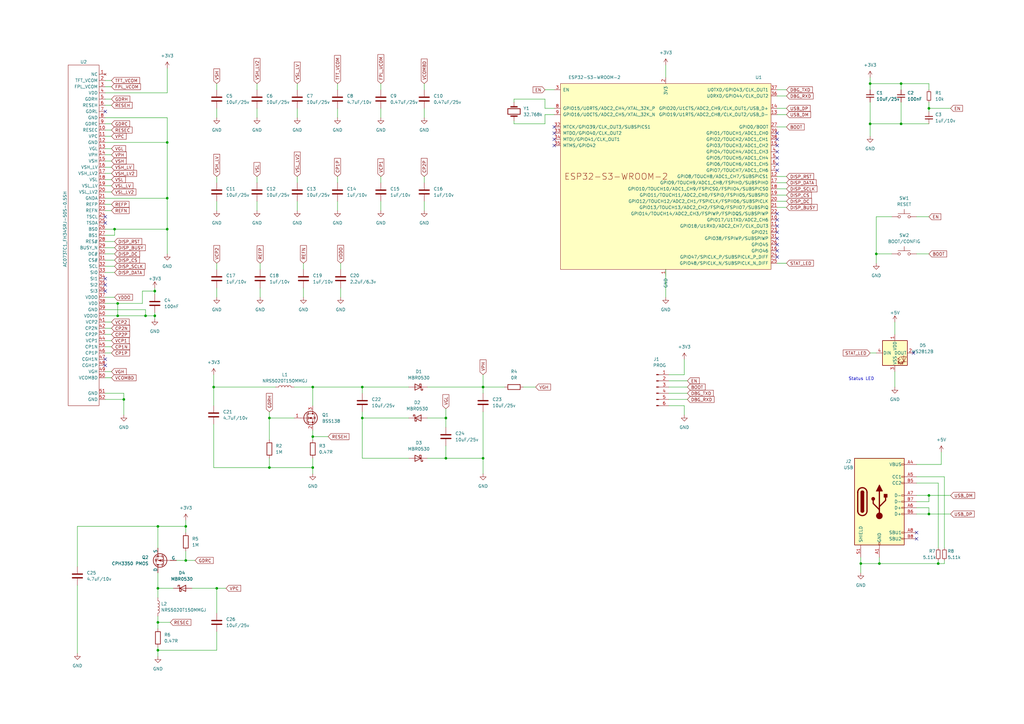
<source format=kicad_sch>
(kicad_sch (version 20230121) (generator eeschema)
  (paper "A3")
  (junction (at 88.9 241.3))
  (junction (at 381 44.45))
  (junction (at 182.88 171.45))
  (junction (at 64.77 215.9))
  (junction (at 198.12 158.75))
  (junction (at 63.5 119.38))
  (junction (at 64.77 241.3))
  (junction (at 50.8 163.83))
  (junction (at 46.99 93.98))
  (junction (at 128.27 191.77))
  (junction (at 64.77 266.7))
  (junction (at 63.5 129.54))
  (junction (at 353.06 231.14))
  (junction (at 68.58 93.98))
  (junction (at 384.81 231.14))
  (junction (at 369.57 50.8))
  (junction (at 48.26 124.46))
  (junction (at 128.27 158.75))
  (junction (at 87.63 158.75))
  (junction (at 148.59 171.45))
  (junction (at 198.12 187.96))
  (junction (at 148.59 158.75))
  (junction (at 64.77 255.27))
  (junction (at 359.41 104.14))
  (junction (at 381 203.2))
  (junction (at 68.58 58.42))
  (junction (at 110.49 171.45))
  (junction (at 76.2 215.9))
  (junction (at 110.49 191.77))
  (junction (at 356.87 34.29))
  (junction (at 369.57 34.29))
  (junction (at 59.69 129.54))
  (junction (at 128.27 179.07))
  (junction (at 381 210.82))
  (junction (at 48.26 129.54))
  (junction (at 360.68 231.14))
  (junction (at 182.88 187.96))
  (junction (at 356.87 50.8))
  (junction (at 68.58 81.28))
  (junction (at 76.2 229.87))
  (no_connect (at 375.92 220.98))
  (no_connect (at 318.77 62.23))
  (no_connect (at 318.77 59.69))
  (no_connect (at 43.18 91.44))
  (no_connect (at 318.77 100.33))
  (no_connect (at 43.18 88.9))
  (no_connect (at 318.77 87.63))
  (no_connect (at 227.33 59.69))
  (no_connect (at 318.77 67.31))
  (no_connect (at 318.77 97.79))
  (no_connect (at 318.77 54.61))
  (no_connect (at 43.18 116.84))
  (no_connect (at 318.77 105.41))
  (no_connect (at 43.18 147.32))
  (no_connect (at 318.77 92.71))
  (no_connect (at 375.92 218.44))
  (no_connect (at 227.33 52.07))
  (no_connect (at 318.77 102.87))
  (no_connect (at 318.77 69.85))
  (no_connect (at 318.77 90.17))
  (no_connect (at 43.18 149.86))
  (no_connect (at 43.18 45.72))
  (no_connect (at 43.18 119.38))
  (no_connect (at 318.77 64.77))
  (no_connect (at 318.77 95.25))
  (no_connect (at 318.77 57.15))
  (no_connect (at 227.33 57.15))
  (no_connect (at 43.18 114.3))
  (no_connect (at 374.65 144.78))
  (no_connect (at 227.33 54.61))
  (wire (pts (xy 87.63 166.37) (xy 87.63 158.75)))
  (wire (pts (xy 148.59 158.75) (xy 148.59 161.29)))
  (wire (pts (xy 64.77 215.9) (xy 31.75 215.9)))
  (wire (pts (xy 387.35 229.87) (xy 387.35 231.14)))
  (wire (pts (xy 43.18 109.22) (xy 46.99 109.22)))
  (wire (pts (xy 43.18 63.5) (xy 45.72 63.5)))
  (wire (pts (xy 64.77 215.9) (xy 76.2 215.9)))
  (wire (pts (xy 148.59 187.96) (xy 167.64 187.96)))
  (wire (pts (xy 64.77 234.95) (xy 64.77 241.3)))
  (wire (pts (xy 64.77 224.79) (xy 64.77 215.9)))
  (wire (pts (xy 64.77 241.3) (xy 64.77 245.11)))
  (wire (pts (xy 381 44.45) (xy 389.89 44.45)))
  (wire (pts (xy 223.52 36.83) (xy 227.33 36.83)))
  (wire (pts (xy 43.18 66.04) (xy 45.72 66.04)))
  (wire (pts (xy 43.18 58.42) (xy 68.58 58.42)))
  (wire (pts (xy 43.18 76.2) (xy 45.72 76.2)))
  (wire (pts (xy 43.18 106.68) (xy 46.99 106.68)))
  (wire (pts (xy 359.41 104.14) (xy 365.76 104.14)))
  (wire (pts (xy 223.52 50.8) (xy 210.82 50.8)))
  (wire (pts (xy 68.58 58.42) (xy 68.58 81.28)))
  (wire (pts (xy 46.99 93.98) (xy 68.58 93.98)))
  (wire (pts (xy 43.18 86.36) (xy 45.72 86.36)))
  (wire (pts (xy 121.92 34.29) (xy 121.92 36.83)))
  (wire (pts (xy 274.32 163.83) (xy 281.94 163.83)))
  (wire (pts (xy 43.18 139.7) (xy 45.72 139.7)))
  (wire (pts (xy 318.77 39.37) (xy 322.58 39.37)))
  (wire (pts (xy 43.18 48.26) (xy 68.58 48.26)))
  (wire (pts (xy 318.77 74.93) (xy 322.58 74.93)))
  (wire (pts (xy 88.9 118.11) (xy 88.9 121.92)))
  (wire (pts (xy 353.06 231.14) (xy 353.06 234.95)))
  (wire (pts (xy 387.35 195.58) (xy 387.35 224.79)))
  (wire (pts (xy 381 208.28) (xy 381 210.82)))
  (wire (pts (xy 121.92 82.55) (xy 121.92 86.36)))
  (wire (pts (xy 105.41 82.55) (xy 105.41 86.36)))
  (wire (pts (xy 58.42 124.46) (xy 58.42 119.38)))
  (wire (pts (xy 128.27 179.07) (xy 134.62 179.07)))
  (wire (pts (xy 182.88 187.96) (xy 198.12 187.96)))
  (wire (pts (xy 375.92 88.9) (xy 381 88.9)))
  (wire (pts (xy 63.5 119.38) (xy 63.5 118.11)))
  (wire (pts (xy 280.67 170.18) (xy 280.67 166.37)))
  (wire (pts (xy 353.06 228.6) (xy 353.06 231.14)))
  (wire (pts (xy 182.88 171.45) (xy 182.88 175.26)))
  (wire (pts (xy 48.26 124.46) (xy 58.42 124.46)))
  (wire (pts (xy 43.18 154.94) (xy 45.72 154.94)))
  (wire (pts (xy 318.77 44.45) (xy 322.58 44.45)))
  (wire (pts (xy 156.21 44.45) (xy 156.21 48.26)))
  (wire (pts (xy 375.92 190.5) (xy 386.08 190.5)))
  (wire (pts (xy 128.27 176.53) (xy 128.27 179.07)))
  (wire (pts (xy 105.41 72.39) (xy 105.41 74.93)))
  (wire (pts (xy 148.59 158.75) (xy 167.64 158.75)))
  (wire (pts (xy 356.87 50.8) (xy 356.87 55.88)))
  (wire (pts (xy 138.43 44.45) (xy 138.43 48.26)))
  (wire (pts (xy 48.26 129.54) (xy 48.26 124.46)))
  (wire (pts (xy 384.81 231.14) (xy 360.68 231.14)))
  (wire (pts (xy 43.18 129.54) (xy 48.26 129.54)))
  (wire (pts (xy 43.18 55.88) (xy 45.72 55.88)))
  (wire (pts (xy 173.99 82.55) (xy 173.99 86.36)))
  (wire (pts (xy 375.92 210.82) (xy 381 210.82)))
  (wire (pts (xy 381 203.2) (xy 389.89 203.2)))
  (wire (pts (xy 128.27 158.75) (xy 128.27 166.37)))
  (wire (pts (xy 87.63 158.75) (xy 113.03 158.75)))
  (wire (pts (xy 280.67 166.37) (xy 274.32 166.37)))
  (wire (pts (xy 43.18 83.82) (xy 45.72 83.82)))
  (wire (pts (xy 375.92 205.74) (xy 381 205.74)))
  (wire (pts (xy 43.18 134.62) (xy 45.72 134.62)))
  (wire (pts (xy 359.41 104.14) (xy 359.41 107.95)))
  (wire (pts (xy 31.75 215.9) (xy 31.75 232.41)))
  (wire (pts (xy 110.49 187.96) (xy 110.49 191.77)))
  (wire (pts (xy 43.18 71.12) (xy 45.72 71.12)))
  (wire (pts (xy 273.05 110.49) (xy 273.05 121.92)))
  (wire (pts (xy 148.59 168.91) (xy 148.59 171.45)))
  (wire (pts (xy 43.18 35.56) (xy 45.72 35.56)))
  (wire (pts (xy 43.18 73.66) (xy 45.72 73.66)))
  (wire (pts (xy 105.41 34.29) (xy 105.41 36.83)))
  (wire (pts (xy 88.9 34.29) (xy 88.9 36.83)))
  (wire (pts (xy 128.27 191.77) (xy 128.27 194.31)))
  (wire (pts (xy 128.27 158.75) (xy 148.59 158.75)))
  (wire (pts (xy 369.57 41.91) (xy 369.57 50.8)))
  (wire (pts (xy 121.92 44.45) (xy 121.92 48.26)))
  (wire (pts (xy 173.99 72.39) (xy 173.99 74.93)))
  (wire (pts (xy 43.18 78.74) (xy 45.72 78.74)))
  (wire (pts (xy 43.18 152.4) (xy 45.72 152.4)))
  (wire (pts (xy 223.52 40.64) (xy 223.52 44.45)))
  (wire (pts (xy 182.88 187.96) (xy 182.88 182.88)))
  (wire (pts (xy 273.05 26.67) (xy 273.05 31.75)))
  (wire (pts (xy 43.18 101.6) (xy 46.99 101.6)))
  (wire (pts (xy 43.18 99.06) (xy 46.99 99.06)))
  (wire (pts (xy 369.57 36.83) (xy 369.57 34.29)))
  (wire (pts (xy 274.32 153.67) (xy 280.67 153.67)))
  (wire (pts (xy 64.77 266.7) (xy 64.77 269.24)))
  (wire (pts (xy 148.59 171.45) (xy 148.59 187.96)))
  (wire (pts (xy 381 205.74) (xy 381 203.2)))
  (wire (pts (xy 48.26 129.54) (xy 59.69 129.54)))
  (wire (pts (xy 50.8 161.29) (xy 50.8 163.83)))
  (wire (pts (xy 175.26 187.96) (xy 182.88 187.96)))
  (wire (pts (xy 88.9 44.45) (xy 88.9 48.26)))
  (wire (pts (xy 198.12 187.96) (xy 198.12 168.91)))
  (wire (pts (xy 139.7 107.95) (xy 139.7 110.49)))
  (wire (pts (xy 64.77 252.73) (xy 64.77 255.27)))
  (wire (pts (xy 120.65 158.75) (xy 128.27 158.75)))
  (wire (pts (xy 138.43 82.55) (xy 138.43 86.36)))
  (wire (pts (xy 43.18 121.92) (xy 46.99 121.92)))
  (wire (pts (xy 43.18 93.98) (xy 46.99 93.98)))
  (wire (pts (xy 318.77 52.07) (xy 322.58 52.07)))
  (wire (pts (xy 173.99 44.45) (xy 173.99 48.26)))
  (wire (pts (xy 88.9 107.95) (xy 88.9 110.49)))
  (wire (pts (xy 106.68 107.95) (xy 106.68 110.49)))
  (wire (pts (xy 375.92 195.58) (xy 387.35 195.58)))
  (wire (pts (xy 76.2 215.9) (xy 76.2 218.44)))
  (wire (pts (xy 369.57 50.8) (xy 356.87 50.8)))
  (wire (pts (xy 210.82 40.64) (xy 223.52 40.64)))
  (wire (pts (xy 43.18 161.29) (xy 50.8 161.29)))
  (wire (pts (xy 87.63 153.67) (xy 87.63 158.75)))
  (wire (pts (xy 68.58 81.28) (xy 68.58 93.98)))
  (wire (pts (xy 63.5 129.54) (xy 63.5 130.81)))
  (wire (pts (xy 43.18 142.24) (xy 45.72 142.24)))
  (wire (pts (xy 138.43 72.39) (xy 138.43 74.93)))
  (wire (pts (xy 318.77 46.99) (xy 322.58 46.99)))
  (wire (pts (xy 43.18 60.96) (xy 45.72 60.96)))
  (wire (pts (xy 198.12 158.75) (xy 198.12 161.29)))
  (wire (pts (xy 68.58 27.94) (xy 68.58 38.1)))
  (wire (pts (xy 43.18 111.76) (xy 46.99 111.76)))
  (wire (pts (xy 280.67 153.67) (xy 280.67 147.32)))
  (wire (pts (xy 124.46 118.11) (xy 124.46 121.92)))
  (wire (pts (xy 175.26 171.45) (xy 182.88 171.45)))
  (wire (pts (xy 274.32 158.75) (xy 281.94 158.75)))
  (wire (pts (xy 375.92 104.14) (xy 381 104.14)))
  (wire (pts (xy 43.18 68.58) (xy 45.72 68.58)))
  (wire (pts (xy 360.68 231.14) (xy 353.06 231.14)))
  (wire (pts (xy 375.92 198.12) (xy 384.81 198.12)))
  (wire (pts (xy 78.74 241.3) (xy 88.9 241.3)))
  (wire (pts (xy 110.49 168.91) (xy 110.49 171.45)))
  (wire (pts (xy 318.77 80.01) (xy 322.58 80.01)))
  (wire (pts (xy 59.69 127) (xy 59.69 129.54)))
  (wire (pts (xy 50.8 163.83) (xy 50.8 170.18)))
  (wire (pts (xy 367.03 132.08) (xy 367.03 137.16)))
  (wire (pts (xy 156.21 82.55) (xy 156.21 86.36)))
  (wire (pts (xy 223.52 46.99) (xy 223.52 50.8)))
  (wire (pts (xy 148.59 171.45) (xy 167.64 171.45)))
  (wire (pts (xy 156.21 72.39) (xy 156.21 74.93)))
  (wire (pts (xy 43.18 33.02) (xy 45.72 33.02)))
  (wire (pts (xy 46.99 96.52) (xy 46.99 93.98)))
  (wire (pts (xy 175.26 158.75) (xy 198.12 158.75)))
  (wire (pts (xy 76.2 213.36) (xy 76.2 215.9)))
  (wire (pts (xy 64.77 255.27) (xy 64.77 257.81)))
  (wire (pts (xy 384.81 229.87) (xy 384.81 231.14)))
  (wire (pts (xy 72.39 229.87) (xy 76.2 229.87)))
  (wire (pts (xy 356.87 34.29) (xy 369.57 34.29)))
  (wire (pts (xy 59.69 129.54) (xy 63.5 129.54)))
  (wire (pts (xy 43.18 132.08) (xy 45.72 132.08)))
  (wire (pts (xy 139.7 118.11) (xy 139.7 121.92)))
  (wire (pts (xy 43.18 127) (xy 59.69 127)))
  (wire (pts (xy 274.32 156.21) (xy 281.94 156.21)))
  (wire (pts (xy 375.92 208.28) (xy 381 208.28)))
  (wire (pts (xy 43.18 137.16) (xy 45.72 137.16)))
  (wire (pts (xy 120.65 171.45) (xy 110.49 171.45)))
  (wire (pts (xy 110.49 171.45) (xy 110.49 180.34)))
  (wire (pts (xy 318.77 36.83) (xy 322.58 36.83)))
  (wire (pts (xy 381 41.91) (xy 381 44.45)))
  (wire (pts (xy 182.88 167.64) (xy 182.88 171.45)))
  (wire (pts (xy 43.18 104.14) (xy 46.99 104.14)))
  (wire (pts (xy 360.68 228.6) (xy 360.68 231.14)))
  (wire (pts (xy 105.41 44.45) (xy 105.41 48.26)))
  (wire (pts (xy 318.77 77.47) (xy 322.58 77.47)))
  (wire (pts (xy 64.77 241.3) (xy 71.12 241.3)))
  (wire (pts (xy 210.82 41.91) (xy 210.82 40.64)))
  (wire (pts (xy 63.5 119.38) (xy 63.5 120.65)))
  (wire (pts (xy 318.77 72.39) (xy 322.58 72.39)))
  (wire (pts (xy 381 34.29) (xy 381 36.83)))
  (wire (pts (xy 68.58 93.98) (xy 68.58 104.14)))
  (wire (pts (xy 43.18 53.34) (xy 45.72 53.34)))
  (wire (pts (xy 356.87 41.91) (xy 356.87 50.8)))
  (wire (pts (xy 88.9 241.3) (xy 88.9 251.46)))
  (wire (pts (xy 87.63 191.77) (xy 110.49 191.77)))
  (wire (pts (xy 210.82 50.8) (xy 210.82 49.53)))
  (wire (pts (xy 386.08 190.5) (xy 386.08 185.42)))
  (wire (pts (xy 365.76 88.9) (xy 359.41 88.9)))
  (wire (pts (xy 356.87 144.78) (xy 359.41 144.78)))
  (wire (pts (xy 318.77 107.95) (xy 322.58 107.95)))
  (wire (pts (xy 106.68 118.11) (xy 106.68 121.92)))
  (wire (pts (xy 369.57 34.29) (xy 381 34.29)))
  (wire (pts (xy 375.92 203.2) (xy 381 203.2)))
  (wire (pts (xy 173.99 34.29) (xy 173.99 36.83)))
  (wire (pts (xy 124.46 107.95) (xy 124.46 110.49)))
  (wire (pts (xy 369.57 50.8) (xy 381 50.8)))
  (wire (pts (xy 58.42 119.38) (xy 63.5 119.38)))
  (wire (pts (xy 43.18 40.64) (xy 45.72 40.64)))
  (wire (pts (xy 43.18 124.46) (xy 48.26 124.46)))
  (wire (pts (xy 88.9 266.7) (xy 64.77 266.7)))
  (wire (pts (xy 227.33 46.99) (xy 223.52 46.99)))
  (wire (pts (xy 68.58 38.1) (xy 43.18 38.1)))
  (wire (pts (xy 110.49 191.77) (xy 128.27 191.77)))
  (wire (pts (xy 128.27 187.96) (xy 128.27 191.77)))
  (wire (pts (xy 88.9 259.08) (xy 88.9 266.7)))
  (wire (pts (xy 76.2 226.06) (xy 76.2 229.87)))
  (wire (pts (xy 121.92 72.39) (xy 121.92 74.93)))
  (wire (pts (xy 318.77 85.09) (xy 322.58 85.09)))
  (wire (pts (xy 87.63 173.99) (xy 87.63 191.77)))
  (wire (pts (xy 223.52 44.45) (xy 227.33 44.45)))
  (wire (pts (xy 128.27 179.07) (xy 128.27 180.34)))
  (wire (pts (xy 68.58 48.26) (xy 68.58 58.42)))
  (wire (pts (xy 88.9 241.3) (xy 92.71 241.3)))
  (wire (pts (xy 198.12 187.96) (xy 198.12 194.31)))
  (wire (pts (xy 356.87 34.29) (xy 356.87 36.83)))
  (wire (pts (xy 43.18 144.78) (xy 45.72 144.78)))
  (wire (pts (xy 274.32 161.29) (xy 281.94 161.29)))
  (wire (pts (xy 88.9 82.55) (xy 88.9 86.36)))
  (wire (pts (xy 381 44.45) (xy 381 45.72)))
  (wire (pts (xy 359.41 88.9) (xy 359.41 104.14)))
  (wire (pts (xy 198.12 153.67) (xy 198.12 158.75)))
  (wire (pts (xy 384.81 198.12) (xy 384.81 224.79)))
  (wire (pts (xy 63.5 128.27) (xy 63.5 129.54)))
  (wire (pts (xy 198.12 158.75) (xy 207.01 158.75)))
  (wire (pts (xy 43.18 96.52) (xy 46.99 96.52)))
  (wire (pts (xy 64.77 265.43) (xy 64.77 266.7)))
  (wire (pts (xy 43.18 163.83) (xy 50.8 163.83)))
  (wire (pts (xy 43.18 50.8) (xy 45.72 50.8)))
  (wire (pts (xy 387.35 231.14) (xy 384.81 231.14)))
  (wire (pts (xy 367.03 152.4) (xy 367.03 158.75)))
  (wire (pts (xy 76.2 229.87) (xy 80.01 229.87)))
  (wire (pts (xy 156.21 34.29) (xy 156.21 36.83)))
  (wire (pts (xy 43.18 81.28) (xy 68.58 81.28)))
  (wire (pts (xy 214.63 158.75) (xy 219.71 158.75)))
  (wire (pts (xy 138.43 34.29) (xy 138.43 36.83)))
  (wire (pts (xy 31.75 240.03) (xy 31.75 267.97)))
  (wire (pts (xy 64.77 255.27) (xy 69.85 255.27)))
  (wire (pts (xy 318.77 82.55) (xy 322.58 82.55)))
  (wire (pts (xy 381 210.82) (xy 389.89 210.82)))
  (wire (pts (xy 88.9 72.39) (xy 88.9 74.93)))
  (wire (pts (xy 356.87 31.75) (xy 356.87 34.29)))
  (wire (pts (xy 43.18 43.18) (xy 45.72 43.18)))
  (text "Status LED\n" (at 347.98 156.21 0) (effects (font (size 1.27 1.27)) (justify left bottom)))
  (global_label "DISP_DC" (shape input) (at 46.99 104.14 0) (property "Intersheetrefs" "${INTERSHEET_REFS}" (effects hide)))
  (global_label "REFN" (shape input) (at 124.46 107.95 90) (property "Intersheetrefs" "${INTERSHEET_REFS}" (effects hide)))
  (global_label "VSL_LV" (shape input) (at 45.72 76.2 0) (property "Intersheetrefs" "${INTERSHEET_REFS}" (effects hide)))
  (global_label "BOOT" (shape input) (at 322.58 52.07 0) (property "Intersheetrefs" "${INTERSHEET_REFS}" (effects hide)))
  (global_label "USB_DP" (shape input) (at 322.58 44.45 0) (property "Intersheetrefs" "${INTERSHEET_REFS}" (effects hide)))
  (global_label "CP2P" (shape input) (at 173.99 72.39 90) (property "Intersheetrefs" "${INTERSHEET_REFS}" (effects hide)))
  (global_label "TFT_VCOM" (shape input) (at 138.43 34.29 90) (property "Intersheetrefs" "${INTERSHEET_REFS}" (effects hide)))
  (global_label "CP1P" (shape input) (at 138.43 72.39 90) (property "Intersheetrefs" "${INTERSHEET_REFS}" (effects hide)))
  (global_label "VCOMBD" (shape input) (at 45.72 154.94 0) (property "Intersheetrefs" "${INTERSHEET_REFS}" (effects hide)))
  (global_label "CP2N" (shape input) (at 45.72 134.62 0) (property "Intersheetrefs" "${INTERSHEET_REFS}" (effects hide)))
  (global_label "USB_DP" (shape input) (at 389.89 210.82 0) (property "Intersheetrefs" "${INTERSHEET_REFS}" (effects hide)))
  (global_label "VSL_LV2" (shape input) (at 121.92 72.39 90) (property "Intersheetrefs" "${INTERSHEET_REFS}" (effects hide)))
  (global_label "USB_DM" (shape input) (at 322.58 46.99 0) (property "Intersheetrefs" "${INTERSHEET_REFS}" (effects hide)))
  (global_label "VGH" (shape input) (at 45.72 152.4 0) (property "Intersheetrefs" "${INTERSHEET_REFS}" (effects hide)))
  (global_label "EN" (shape input) (at 223.52 36.83 180) (property "Intersheetrefs" "${INTERSHEET_REFS}" (effects hide)))
  (global_label "VGH" (shape input) (at 219.71 158.75 0) (property "Intersheetrefs" "${INTERSHEET_REFS}" (effects hide)))
  (global_label "DISP_SCLK" (shape input) (at 46.99 109.22 0) (property "Intersheetrefs" "${INTERSHEET_REFS}" (effects hide)))
  (global_label "DBG_RXD" (shape input) (at 322.58 39.37 0) (property "Intersheetrefs" "${INTERSHEET_REFS}" (effects hide)))
  (global_label "CP1P" (shape input) (at 45.72 144.78 0) (property "Intersheetrefs" "${INTERSHEET_REFS}" (effects hide)))
  (global_label "CP2P" (shape input) (at 45.72 137.16 0) (property "Intersheetrefs" "${INTERSHEET_REFS}" (effects hide)))
  (global_label "TFT_VCOM" (shape input) (at 45.72 33.02 0) (property "Intersheetrefs" "${INTERSHEET_REFS}" (effects hide)))
  (global_label "DISP_CS" (shape input) (at 46.99 106.68 0) (property "Intersheetrefs" "${INTERSHEET_REFS}" (effects hide)))
  (global_label "STAT_LED" (shape input) (at 322.58 107.95 0) (property "Intersheetrefs" "${INTERSHEET_REFS}" (effects hide)))
  (global_label "DISP_CS" (shape input) (at 322.58 80.01 0) (property "Intersheetrefs" "${INTERSHEET_REFS}" (effects hide)))
  (global_label "EN" (shape input) (at 381 88.9 0) (property "Intersheetrefs" "${INTERSHEET_REFS}" (effects hide)))
  (global_label "VSH_LV" (shape input) (at 45.72 68.58 0) (property "Intersheetrefs" "${INTERSHEET_REFS}" (effects hide)))
  (global_label "FPL_VCOM" (shape input) (at 45.72 35.56 0) (property "Intersheetrefs" "${INTERSHEET_REFS}" (effects hide)))
  (global_label "VDDO" (shape input) (at 46.99 121.92 0) (property "Intersheetrefs" "${INTERSHEET_REFS}" (effects hide)))
  (global_label "VPH" (shape input) (at 45.72 63.5 0) (property "Intersheetrefs" "${INTERSHEET_REFS}" (effects hide)))
  (global_label "VCP2" (shape input) (at 88.9 107.95 90) (property "Intersheetrefs" "${INTERSHEET_REFS}" (effects hide)))
  (global_label "RESEH" (shape input) (at 134.62 179.07 0) (property "Intersheetrefs" "${INTERSHEET_REFS}" (effects hide)))
  (global_label "DISP_DATA" (shape input) (at 322.58 74.93 0) (property "Intersheetrefs" "${INTERSHEET_REFS}" (effects hide)))
  (global_label "GDRC" (shape input) (at 80.01 229.87 0) (property "Intersheetrefs" "${INTERSHEET_REFS}" (effects hide)))
  (global_label "VCP1" (shape input) (at 45.72 139.7 0) (property "Intersheetrefs" "${INTERSHEET_REFS}" (effects hide)))
  (global_label "VSL_LV2" (shape input) (at 45.72 78.74 0) (property "Intersheetrefs" "${INTERSHEET_REFS}" (effects hide)))
  (global_label "REFP" (shape input) (at 45.72 83.82 0) (property "Intersheetrefs" "${INTERSHEET_REFS}" (effects hide)))
  (global_label "VPC" (shape input) (at 45.72 55.88 0) (property "Intersheetrefs" "${INTERSHEET_REFS}" (effects hide)))
  (global_label "VSL_LV" (shape input) (at 121.92 34.29 90) (property "Intersheetrefs" "${INTERSHEET_REFS}" (effects hide)))
  (global_label "EN" (shape input) (at 389.89 44.45 0) (property "Intersheetrefs" "${INTERSHEET_REFS}" (effects hide)))
  (global_label "DBG_RXD" (shape input) (at 281.94 163.83 0) (property "Intersheetrefs" "${INTERSHEET_REFS}" (effects hide)))
  (global_label "DISP_RST" (shape input) (at 322.58 72.39 0) (property "Intersheetrefs" "${INTERSHEET_REFS}" (effects hide)))
  (global_label "VSL" (shape input) (at 105.41 72.39 90) (property "Intersheetrefs" "${INTERSHEET_REFS}" (effects hide)))
  (global_label "GDRH" (shape input) (at 110.49 168.91 90) (property "Intersheetrefs" "${INTERSHEET_REFS}" (effects hide)))
  (global_label "USB_DM" (shape input) (at 389.89 203.2 0) (property "Intersheetrefs" "${INTERSHEET_REFS}" (effects hide)))
  (global_label "REFN" (shape input) (at 45.72 86.36 0) (property "Intersheetrefs" "${INTERSHEET_REFS}" (effects hide)))
  (global_label "VSH" (shape input) (at 45.72 66.04 0) (property "Intersheetrefs" "${INTERSHEET_REFS}" (effects hide)))
  (global_label "VGL" (shape input) (at 45.72 60.96 0) (property "Intersheetrefs" "${INTERSHEET_REFS}" (effects hide)))
  (global_label "DISP_DATA" (shape input) (at 46.99 111.76 0) (property "Intersheetrefs" "${INTERSHEET_REFS}" (effects hide)))
  (global_label "VSH_LV" (shape input) (at 88.9 72.39 90) (property "Intersheetrefs" "${INTERSHEET_REFS}" (effects hide)))
  (global_label "RESEH" (shape input) (at 45.72 43.18 0) (property "Intersheetrefs" "${INTERSHEET_REFS}" (effects hide)))
  (global_label "VCP2" (shape input) (at 45.72 132.08 0) (property "Intersheetrefs" "${INTERSHEET_REFS}" (effects hide)))
  (global_label "DISP_RST" (shape input) (at 46.99 99.06 0) (property "Intersheetrefs" "${INTERSHEET_REFS}" (effects hide)))
  (global_label "BOOT" (shape input) (at 281.94 158.75 0) (property "Intersheetrefs" "${INTERSHEET_REFS}" (effects hide)))
  (global_label "DISP_DC" (shape input) (at 322.58 82.55 0) (property "Intersheetrefs" "${INTERSHEET_REFS}" (effects hide)))
  (global_label "GDRH" (shape input) (at 45.72 40.64 0) (property "Intersheetrefs" "${INTERSHEET_REFS}" (effects hide)))
  (global_label "FPL_VCOM" (shape input) (at 156.21 34.29 90) (property "Intersheetrefs" "${INTERSHEET_REFS}" (effects hide)))
  (global_label "EN" (shape input) (at 281.94 156.21 0) (property "Intersheetrefs" "${INTERSHEET_REFS}" (effects hide)))
  (global_label "VPH" (shape input) (at 198.12 153.67 90) (property "Intersheetrefs" "${INTERSHEET_REFS}" (effects hide)))
  (global_label "VSH_LV2" (shape input) (at 45.72 71.12 0) (property "Intersheetrefs" "${INTERSHEET_REFS}" (effects hide)))
  (global_label "VDDO" (shape input) (at 139.7 107.95 90) (property "Intersheetrefs" "${INTERSHEET_REFS}" (effects hide)))
  (global_label "VPC" (shape input) (at 92.71 241.3 0) (property "Intersheetrefs" "${INTERSHEET_REFS}" (effects hide)))
  (global_label "VCP1" (shape input) (at 156.21 72.39 90) (property "Intersheetrefs" "${INTERSHEET_REFS}" (effects hide)))
  (global_label "BOOT" (shape input) (at 381 104.14 0) (property "Intersheetrefs" "${INTERSHEET_REFS}" (effects hide)))
  (global_label "DBG_TXD" (shape input) (at 281.94 161.29 0) (property "Intersheetrefs" "${INTERSHEET_REFS}" (effects hide)))
  (global_label "VGL" (shape input) (at 182.88 167.64 90) (property "Intersheetrefs" "${INTERSHEET_REFS}" (effects hide)))
  (global_label "VSH" (shape input) (at 88.9 34.29 90) (property "Intersheetrefs" "${INTERSHEET_REFS}" (effects hide)))
  (global_label "VCOMBD" (shape input) (at 173.99 34.29 90) (property "Intersheetrefs" "${INTERSHEET_REFS}" (effects hide)))
  (global_label "VSH_LV2" (shape input) (at 105.41 34.29 90) (property "Intersheetrefs" "${INTERSHEET_REFS}" (effects hide)))
  (global_label "REFP" (shape input) (at 106.68 107.95 90) (property "Intersheetrefs" "${INTERSHEET_REFS}" (effects hide)))
  (global_label "DISP_BUSY" (shape input) (at 322.58 85.09 0) (property "Intersheetrefs" "${INTERSHEET_REFS}" (effects hide)))
  (global_label "DISP_SCLK" (shape input) (at 322.58 77.47 0) (property "Intersheetrefs" "${INTERSHEET_REFS}" (effects hide)))
  (global_label "STAT_LED" (shape input) (at 356.87 144.78 180) (property "Intersheetrefs" "${INTERSHEET_REFS}" (effects hide)))
  (global_label "CP1N" (shape input) (at 45.72 142.24 0) (property "Intersheetrefs" "${INTERSHEET_REFS}" (effects hide)))
  (global_label "VSL" (shape input) (at 45.72 73.66 0) (property "Intersheetrefs" "${INTERSHEET_REFS}" (effects hide)))
  (global_label "DISP_BUSY" (shape input) (at 46.99 101.6 0) (property "Intersheetrefs" "${INTERSHEET_REFS}" (effects hide)))
  (global_label "DBG_TXD" (shape input) (at 322.58 36.83 0) (property "Intersheetrefs" "${INTERSHEET_REFS}" (effects hide)))
  (global_label "RESEC" (shape input) (at 69.85 255.27 0) (property "Intersheetrefs" "${INTERSHEET_REFS}" (effects hide)))
  (global_label "RESEC" (shape input) (at 45.72 53.34 0) (property "Intersheetrefs" "${INTERSHEET_REFS}" (effects hide)))
  (global_label "GDRC" (shape input) (at 45.72 50.8 0) (property "Intersheetrefs" "${INTERSHEET_REFS}" (effects hide)))
  (symbol (lib_name "+3V3_3") (lib_id "power:+3V3") (at 76.2 213.36 0) (unit 1)
    (property "Reference" "#PWR030" (effects hide))
    (property "Value" "+3V3" (at 76.2 208.28 0))
  )
  (symbol (lib_id "Device:C") (at 138.43 78.74 0) (unit 1)
    (property "Reference" "C14" (at 142.24 77.47 0) (effects (justify left)))
    (property "Value" "1uF/10v" (at 142.24 80.01 0) (effects (justify left)))
  )
  (symbol (lib_name "GND_5") (lib_id "power:GND") (at 31.75 267.97 0) (unit 1)
    (property "Reference" "#PWR031" (effects hide))
    (property "Value" "GND" (at 31.75 273.05 0))
  )
  (symbol (lib_id "Device:Crystal") (at 210.82 45.72 90) (unit 1)
    (property "Reference" "Y1" (at 214.63 44.45 90) (effects (justify right)))
    (property "Value" "32.768k" (at 214.63 46.99 90) (effects (justify right)))
  )
  (symbol (lib_id "Diode:MBR0530") (at 171.45 158.75 180) (unit 1)
    (property "Reference" "D1" (at 171.7675 152.4 0))
    (property "Value" "MBR0530" (at 171.7675 154.94 0))
    (property "Footprint" "Diode_SMD:D_SOD-123" (effects hide))
    (property "Datasheet" "http://www.mccsemi.com/up_pdf/MBR0520~MBR0580(SOD123).pdf" (effects hide))
  )
  (symbol (lib_id "Device:C_Small") (at 356.87 39.37 0) (unit 1)
    (property "Reference" "C1" (at 359.41 38.1 0) (effects (justify left)))
    (property "Value" "10uF/25v" (at 359.41 40.64 0) (effects (justify left)))
    (property "Footprint" "Capacitor_SMD:C_0603_1608Metric_Pad1.08x0.95mm_HandSolder" (effects hide))
  )
  (symbol (lib_name "GND_4") (lib_id "power:GND") (at 198.12 194.31 0) (unit 1)
    (property "Reference" "#PWR029" (effects hide))
    (property "Value" "GND" (at 198.12 199.39 0))
  )
  (symbol (lib_name "GND_2") (lib_id "power:GND") (at 106.68 121.92 0) (unit 1)
    (property "Reference" "#PWR024" (effects hide))
    (property "Value" "GND" (at 106.68 127 0))
  )
  (symbol (lib_name "GND_2") (lib_id "power:GND") (at 173.99 48.26 0) (unit 1)
    (property "Reference" "#PWR016" (effects hide))
    (property "Value" "GND" (at 173.99 53.34 0))
  )
  (symbol (lib_id "power:GND") (at 359.41 107.95 0) (unit 1)
    (property "Reference" "#PWR03" (effects hide))
    (property "Value" "GND" (at 359.41 113.03 0))
  )
  (symbol (lib_id "Device:C") (at 88.9 255.27 0) (unit 1)
    (property "Reference" "C26" (at 92.71 254 0) (effects (justify left)))
    (property "Value" "10uF/25v" (at 92.71 256.54 0) (effects (justify left)))
  )
  (symbol (lib_name "+5V_1") (lib_id "power:+5V") (at 367.03 132.08 0) (unit 1)
    (property "Reference" "#PWR037" (effects hide))
    (property "Value" "+5V" (at 367.03 128.27 0))
  )
  (symbol (lib_id "Device:R") (at 210.82 158.75 90) (unit 1)
    (property "Reference" "R4" (at 210.82 152.4 90))
    (property "Value" "0R" (at 210.82 154.94 90))
  )
  (symbol (lib_id "Device:C") (at 88.9 114.3 0) (unit 1)
    (property "Reference" "C17" (at 92.71 113.03 0) (effects (justify left)))
    (property "Value" "1uF/10v" (at 92.71 115.57 0) (effects (justify left)))
  )
  (symbol (lib_name "GND_2") (lib_id "power:GND") (at 139.7 121.92 0) (unit 1)
    (property "Reference" "#PWR026" (effects hide))
    (property "Value" "GND" (at 139.7 127 0))
  )
  (symbol (lib_name "GND_2") (lib_id "power:GND") (at 88.9 86.36 0) (unit 1)
    (property "Reference" "#PWR017" (effects hide))
    (property "Value" "GND" (at 88.9 91.44 0))
  )
  (symbol (lib_id "JackcoLib:AC073TC1") (at 34.29 93.98 0) (unit 1)
    (property "Reference" "U2" (at 34.29 25.4 0))
    (property "Value" "AC073TC1_FH34SRJ-50S-0.5SH" (at 26.67 93.98 90))
  )
  (symbol (lib_id "Switch:SW_Push") (at 370.84 88.9 0) (unit 1)
    (property "Reference" "SW1" (at 370.84 81.28 0))
    (property "Value" "RESET" (at 370.84 83.82 0))
    (property "Footprint" "Button_Switch_SMD:SW_Push_1P1T_NO_6x6mm_H9.5mm" (effects hide))
  )
  (symbol (lib_name "GND_2") (lib_id "power:GND") (at 156.21 86.36 0) (unit 1)
    (property "Reference" "#PWR021" (effects hide))
    (property "Value" "GND" (at 156.21 91.44 0))
  )
  (symbol (lib_id "Device:R") (at 110.49 184.15 0) (unit 1)
    (property "Reference" "R2" (at 113.03 182.88 0) (effects (justify left)))
    (property "Value" "1M" (at 113.03 185.42 0) (effects (justify left)))
  )
  (symbol (lib_name "GND_2") (lib_id "power:GND") (at 121.92 86.36 0) (unit 1)
    (property "Reference" "#PWR019" (effects hide))
    (property "Value" "GND" (at 121.92 91.44 0))
  )
  (symbol (lib_name "+3V3_3") (lib_id "power:+3V3") (at 87.63 153.67 0) (unit 1)
    (property "Reference" "#PWR028" (effects hide))
    (property "Value" "+3V3" (at 87.63 148.59 0))
  )
  (symbol (lib_name "GND_2") (lib_id "power:GND") (at 121.92 48.26 0) (unit 1)
    (property "Reference" "#PWR013" (effects hide))
    (property "Value" "GND" (at 121.92 53.34 0))
  )
  (symbol (lib_id "power:+5V") (at 386.08 185.42 0) (unit 1)
    (property "Reference" "#PWR036" (effects hide))
    (property "Value" "+5V" (at 386.08 180.34 0))
  )
  (symbol (lib_id "Transistor_FET:BSS138") (at 125.73 171.45 0) (unit 1)
    (property "Reference" "Q1" (at 132.08 170.18 0) (effects (justify left)))
    (property "Value" "BSS138" (at 132.08 172.72 0) (effects (justify left)))
    (property "Footprint" "Package_TO_SOT_SMD:SOT-23" (effects hide))
    (property "Datasheet" "https://www.onsemi.com/pub/Collateral/BSS138-D.PDF" (effects hide))
  )
  (symbol (lib_name "GND_1") (lib_id "power:GND") (at 68.58 104.14 0) (unit 1)
    (property "Reference" "#PWR010" (effects hide))
    (property "Value" "GND" (at 68.58 109.22 0))
  )
  (symbol (lib_name "GND_2") (lib_id "power:GND") (at 173.99 86.36 0) (unit 1)
    (property "Reference" "#PWR022" (effects hide))
    (property "Value" "GND" (at 173.99 91.44 0))
  )
  (symbol (lib_id "Device:R") (at 128.27 184.15 0) (unit 1)
    (property "Reference" "R3" (at 130.81 182.88 0) (effects (justify left)))
    (property "Value" "0.47R" (at 130.81 185.42 0) (effects (justify left)))
  )
  (symbol (lib_id "Switch:SW_Push") (at 370.84 104.14 0) (unit 1)
    (property "Reference" "SW2" (at 370.84 96.52 0))
    (property "Value" "BOOT/CONFIG" (at 370.84 99.06 0))
    (property "Footprint" "Button_Switch_SMD:SW_Push_1P1T_NO_6x6mm_H9.5mm" (effects hide))
  )
  (symbol (lib_id "power:+3V3") (at 273.05 26.67 0) (unit 1)
    (property "Reference" "#PWR04" (effects hide))
    (property "Value" "+3V3" (at 273.05 21.59 0))
  )
  (symbol (lib_id "Device:R_Small") (at 384.81 227.33 0) (unit 1)
    (property "Reference" "R7" (at 381 226.06 0) (effects (justify left)))
    (property "Value" "5.11k" (at 378.46 228.6 0) (effects (justify left)))
    (property "Footprint" "Resistor_SMD:R_0603_1608Metric_Pad0.98x0.95mm_HandSolder" (effects hide))
  )
  (symbol (lib_name "GND_6") (lib_id "power:GND") (at 64.77 269.24 0) (unit 1)
    (property "Reference" "#PWR032" (effects hide))
    (property "Value" "GND" (at 64.77 274.32 0))
  )
  (symbol (lib_id "Device:C") (at 88.9 78.74 0) (unit 1)
    (property "Reference" "C11" (at 92.71 77.47 0) (effects (justify left)))
    (property "Value" "10uF/25v" (at 92.71 80.01 0) (effects (justify left)))
  )
  (symbol (lib_id "Device:C") (at 63.5 124.46 0) (unit 1)
    (property "Reference" "C4" (at 67.31 123.19 0) (effects (justify left)))
    (property "Value" "100nF" (at 67.31 125.73 0) (effects (justify left)))
  )
  (symbol (lib_id "Device:R_Small") (at 387.35 227.33 0) (unit 1)
    (property "Reference" "R8" (at 388.62 226.06 0) (effects (justify left)))
    (property "Value" "5.11k" (at 388.62 228.6 0) (effects (justify left)))
    (property "Footprint" "Resistor_SMD:R_0603_1608Metric_Pad0.98x0.95mm_HandSolder" (effects hide))
  )
  (symbol (lib_id "power:GND") (at 367.03 158.75 0) (unit 1)
    (property "Reference" "#PWR038" (effects hide))
    (property "Value" "GND" (at 367.03 163.83 0))
  )
  (symbol (lib_id "Device:C") (at 31.75 236.22 0) (unit 1)
    (property "Reference" "C25" (at 35.56 234.95 0) (effects (justify left)))
    (property "Value" "4.7uF/10v" (at 35.56 237.49 0) (effects (justify left)))
  )
  (symbol (lib_id "power:GND") (at 273.05 121.92 0) (unit 1)
    (property "Reference" "#PWR05" (effects hide))
    (property "Value" "GND" (at 273.05 127 0))
  )
  (symbol (lib_id "Device:C") (at 198.12 165.1 0) (unit 1)
    (property "Reference" "C23" (at 201.93 163.83 0) (effects (justify left)))
    (property "Value" "10uF/25v" (at 201.93 166.37 0) (effects (justify left)))
  )
  (symbol (lib_id "power:GND") (at 356.87 55.88 0) (unit 1)
    (property "Reference" "#PWR02" (effects hide))
    (property "Value" "GND" (at 356.87 60.96 0))
  )
  (symbol (lib_id "power:GND") (at 280.67 170.18 0) (unit 1)
    (property "Reference" "#PWR034" (effects hide))
    (property "Value" "GND" (at 280.67 175.26 0))
  )
  (symbol (lib_id "Device:C") (at 139.7 114.3 0) (unit 1)
    (property "Reference" "C20" (at 143.51 113.03 0) (effects (justify left)))
    (property "Value" "2.2uF/6.3v" (at 143.51 115.57 0) (effects (justify left)))
  )
  (symbol (lib_name "GND_2") (lib_id "power:GND") (at 88.9 121.92 0) (unit 1)
    (property "Reference" "#PWR023" (effects hide))
    (property "Value" "GND" (at 88.9 127 0))
  )
  (symbol (lib_id "Device:C") (at 173.99 78.74 0) (unit 1)
    (property "Reference" "C16" (at 177.8 77.47 0) (effects (justify left)))
    (property "Value" "1uF/10v" (at 177.8 80.01 0) (effects (justify left)))
  )
  (symbol (lib_id "power:+3V3") (at 356.87 31.75 0) (unit 1)
    (property "Reference" "#PWR01" (effects hide))
    (property "Value" "+3V3" (at 356.87 26.67 0))
  )
  (symbol (lib_id "Diode:MBR0530") (at 171.45 187.96 180) (unit 1)
    (property "Reference" "D3" (at 171.7675 181.61 0))
    (property "Value" "MBR0530" (at 171.7675 184.15 0))
    (property "Footprint" "Diode_SMD:D_SOD-123" (effects hide))
    (property "Datasheet" "http://www.mccsemi.com/up_pdf/MBR0520~MBR0580(SOD123).pdf" (effects hide))
  )
  (symbol (lib_name "GND_2") (lib_id "power:GND") (at 105.41 86.36 0) (unit 1)
    (property "Reference" "#PWR018" (effects hide))
    (property "Value" "GND" (at 105.41 91.44 0))
  )
  (symbol (lib_name "GND_2") (lib_id "power:GND") (at 105.41 48.26 0) (unit 1)
    (property "Reference" "#PWR012" (effects hide))
    (property "Value" "GND" (at 105.41 53.34 0))
  )
  (symbol (lib_name "GND_2") (lib_id "power:GND") (at 138.43 48.26 0) (unit 1)
    (property "Reference" "#PWR014" (effects hide))
    (property "Value" "GND" (at 138.43 53.34 0))
  )
  (symbol (lib_id "Device:C") (at 105.41 78.74 0) (unit 1)
    (property "Reference" "C12" (at 109.22 77.47 0) (effects (justify left)))
    (property "Value" "10uF/25v" (at 109.22 80.01 0) (effects (justify left)))
  )
  (symbol (lib_name "GND_3") (lib_id "power:GND") (at 128.27 194.31 0) (unit 1)
    (property "Reference" "#PWR027" (effects hide))
    (property "Value" "GND" (at 128.27 199.39 0))
  )
  (symbol (lib_name "+3V3_2") (lib_id "power:+3V3") (at 68.58 27.94 0) (unit 1)
    (property "Reference" "#PWR011" (effects hide))
    (property "Value" "+3V3" (at 68.58 22.86 0))
  )
  (symbol (lib_id "LED:WS2812B") (at 367.03 144.78 0) (unit 1)
    (property "Reference" "D5" (at 378.46 141.6559 0))
    (property "Value" "WS2812B" (at 378.46 144.1959 0))
    (property "Footprint" "LED_SMD:LED_WS2812B_PLCC4_5.0x5.0mm_P3.2mm" (effects hide))
    (property "Datasheet" "https://cdn-shop.adafruit.com/datasheets/WS2812B.pdf" (effects hide))
  )
  (symbol (lib_id "Device:C") (at 106.68 114.3 0) (unit 1)
    (property "Reference" "C18" (at 110.49 113.03 0) (effects (justify left)))
    (property "Value" "1uF/10v" (at 110.49 115.57 0) (effects (justify left)))
  )
  (symbol (lib_id "Connector:USB_C_Receptacle_USB2.0") (at 360.68 205.74 0) (unit 1)
    (property "Reference" "J2" (at 347.98 189.23 0))
    (property "Value" "USB" (at 347.98 191.77 0))
    (property "Footprint" "Connector_USB:USB_C_Receptacle_HRO_TYPE-C-31-M-12" (effects hide))
    (property "Datasheet" "https://www.usb.org/sites/default/files/documents/usb_type-c.zip" (effects hide))
  )
  (symbol (lib_name "+3V3_1") (lib_id "power:+3V3") (at 63.5 118.11 0) (unit 1)
    (property "Reference" "#PWR08" (effects hide))
    (property "Value" "+3V3" (at 63.5 114.3 0))
  )
  (symbol (lib_id "Device:C") (at 182.88 179.07 0) (unit 1)
    (property "Reference" "C24" (at 186.69 177.8 0) (effects (justify left)))
    (property "Value" "10uF/25v" (at 186.69 180.34 0) (effects (justify left)))
  )
  (symbol (lib_id "Device:C") (at 87.63 170.18 180) (unit 1)
    (property "Reference" "C21" (at 91.44 168.91 0) (effects (justify right)))
    (property "Value" "4.7uF/10v" (at 91.44 171.45 0) (effects (justify right)))
  )
  (symbol (lib_id "Device:R_Small") (at 381 39.37 0) (unit 1)
    (property "Reference" "R1" (at 383.54 38.1 0) (effects (justify left)))
    (property "Value" "10k" (at 383.54 40.6399 0) (effects (justify left)))
    (property "Footprint" "Resistor_SMD:R_0603_1608Metric_Pad0.98x0.95mm_HandSolder" (effects hide))
  )
  (symbol (lib_name "GND_1") (lib_id "power:GND") (at 63.5 130.81 0) (unit 1)
    (property "Reference" "#PWR07" (effects hide))
    (property "Value" "GND" (at 63.5 135.89 0))
  )
  (symbol (lib_name "GND_2") (lib_id "power:GND") (at 88.9 48.26 0) (unit 1)
    (property "Reference" "#PWR09" (effects hide))
    (property "Value" "GND" (at 88.9 53.34 0))
  )
  (symbol (lib_id "Device:C_Small") (at 369.57 39.37 0) (unit 1)
    (property "Reference" "C2" (at 372.11 38.1 0) (effects (justify left)))
    (property "Value" "100nF" (at 372.11 40.64 0) (effects (justify left)))
    (property "Footprint" "Capacitor_SMD:C_0603_1608Metric_Pad1.08x0.95mm_HandSolder" (effects hide))
  )
  (symbol (lib_id "power:GND") (at 353.06 234.95 0) (unit 1)
    (property "Reference" "#PWR035" (effects hide))
    (property "Value" "GND" (at 353.06 240.03 0))
  )
  (symbol (lib_id "Diode:MBR0530") (at 171.45 171.45 0) (unit 1)
    (property "Reference" "D2" (at 171.1325 165.1 0))
    (property "Value" "MBR0530" (at 171.1325 167.64 0))
    (property "Footprint" "Diode_SMD:D_SOD-123" (effects hide))
    (property "Datasheet" "http://www.mccsemi.com/up_pdf/MBR0520~MBR0580(SOD123).pdf" (effects hide))
  )
  (symbol (lib_id "Diode:MBR0530") (at 74.93 241.3 0) (unit 1)
    (property "Reference" "D4" (at 74.6125 234.95 0))
    (property "Value" "MBR0530" (at 74.6125 237.49 0))
    (property "Footprint" "Diode_SMD:D_SOD-123" (effects hide))
    (property "Datasheet" "http://www.mccsemi.com/up_pdf/MBR0520~MBR0580(SOD123).pdf" (effects hide))
  )
  (symbol (lib_name "GND_2") (lib_id "power:GND") (at 156.21 48.26 0) (unit 1)
    (property "Reference" "#PWR015" (effects hide))
    (property "Value" "GND" (at 156.21 53.34 0))
  )
  (symbol (lib_id "Device:L") (at 116.84 158.75 90) (unit 1)
    (property "Reference" "L1" (at 116.84 153.67 90))
    (property "Value" "NRS5020T150MMGJ" (at 116.84 156.21 90))
  )
  (symbol (lib_id "Espressif:ESP32-S3-WROOM-2") (at 273.05 72.39 0) (unit 1)
    (property "Reference" "U1" (at 311.15 31.75 0))
    (property "Value" "ESP32-S3-WROOM-2" (at 243.84 31.75 0))
    (property "Footprint" "Espressif:ESP32-S3-WROOM-2" (effects hide))
    (property "Datasheet" "https://www.espressif.com/sites/default/files/documentation/esp32-s3-wroom-2_datasheet_en.pdf" (effects hide))
  )
  (symbol (lib_id "Device:C") (at 173.99 40.64 0) (unit 1)
    (property "Reference" "C10" (at 177.8 39.37 0) (effects (justify left)))
    (property "Value" "0.47uF/25v" (at 177.8 41.91 0) (effects (justify left)))
  )
  (symbol (lib_id "Device:C") (at 121.92 78.74 0) (unit 1)
    (property "Reference" "C13" (at 125.73 77.47 0) (effects (justify left)))
    (property "Value" "10uF/25v" (at 125.73 80.01 0) (effects (justify left)))
  )
  (symbol (lib_name "GND_1") (lib_id "power:GND") (at 50.8 170.18 0) (unit 1)
    (property "Reference" "#PWR06" (effects hide))
    (property "Value" "GND" (at 50.8 175.26 0))
  )
  (symbol (lib_id "Device:R") (at 76.2 222.25 0) (unit 1)
    (property "Reference" "R5" (at 78.74 220.98 0) (effects (justify left)))
    (property "Value" "1M" (at 78.74 223.52 0) (effects (justify left)))
  )
  (symbol (lib_id "Device:C_Small") (at 381 48.26 0) (unit 1)
    (property "Reference" "C3" (at 383.54 46.99 0) (effects (justify left)))
    (property "Value" "1uF/10v" (at 383.54 49.53 0) (effects (justify left)))
    (property "Footprint" "Capacitor_SMD:C_0603_1608Metric_Pad1.08x0.95mm_HandSolder" (effects hide))
  )
  (symbol (lib_id "Connector:Conn_01x06_Pin") (at 269.24 158.75 0) (unit 1)
    (property "Reference" "J1" (at 269.24 147.32 0))
    (property "Value" "PROG" (at 270.51 149.86 0))
    (property "Footprint" "Connector_PinHeader_1.27mm:PinHeader_1x06_P1.27mm_Vertical" (effects hide))
  )
  (symbol (lib_id "Device:C") (at 124.46 114.3 0) (unit 1)
    (property "Reference" "C19" (at 128.27 113.03 0) (effects (justify left)))
    (property "Value" "1uF/10v" (at 128.27 115.57 0) (effects (justify left)))
  )
  (symbol (lib_id "Device:C") (at 138.43 40.64 0) (unit 1)
    (property "Reference" "C8" (at 142.24 39.37 0) (effects (justify left)))
    (property "Value" "4.7uF/10v" (at 142.24 41.91 0) (effects (justify left)))
  )
  (symbol (lib_name "GND_2") (lib_id "power:GND") (at 124.46 121.92 0) (unit 1)
    (property "Reference" "#PWR025" (effects hide))
    (property "Value" "GND" (at 124.46 127 0))
  )
  (symbol (lib_id "Device:C") (at 148.59 165.1 0) (unit 1)
    (property "Reference" "C22" (at 152.4 163.83 0) (effects (justify left)))
    (property "Value" "10uF/25v" (at 152.4 166.37 0) (effects (justify left)))
  )
  (symbol (lib_id "Device:C") (at 105.41 40.64 0) (unit 1)
    (property "Reference" "C6" (at 109.22 39.37 0) (effects (justify left)))
    (property "Value" "10uF/25v" (at 109.22 41.91 0) (effects (justify left)))
  )
  (symbol (lib_id "Device:C") (at 121.92 40.64 0) (unit 1)
    (property "Reference" "C7" (at 125.73 39.37 0) (effects (justify left)))
    (property "Value" "10uF/25v" (at 125.73 41.91 0) (effects (justify left)))
  )
  (symbol (lib_id "Device:R") (at 64.77 261.62 180) (unit 1)
    (property "Reference" "R6" (at 67.31 260.35 0) (effects (justify right)))
    (property "Value" "0.47R" (at 67.31 262.89 0) (effects (justify right)))
  )
  (symbol (lib_name "GND_2") (lib_id "power:GND") (at 138.43 86.36 0) (unit 1)
    (property "Reference" "#PWR020" (effects hide))
    (property "Value" "GND" (at 138.43 91.44 0))
  )
  (symbol (lib_id "Device:L") (at 64.77 248.92 0) (unit 1)
    (property "Reference" "L2" (at 66.04 247.65 0) (effects (justify left)))
    (property "Value" "NRS5020T150MMGJ" (at 66.04 250.19 0) (effects (justify left)))
  )
  (symbol (lib_id "Device:C") (at 156.21 78.74 0) (unit 1)
    (property "Reference" "C15" (at 160.02 77.47 0) (effects (justify left)))
    (property "Value" "1uF/10v" (at 160.02 80.01 0) (effects (justify left)))
  )
  (symbol (lib_id "power:+3V3") (at 280.67 147.32 0) (unit 1)
    (property "Reference" "#PWR033" (effects hide))
    (property "Value" "+3V3" (at 280.67 142.24 0))
  )
  (symbol (lib_id "Device:C") (at 88.9 40.64 0) (unit 1)
    (property "Reference" "C5" (at 92.71 39.37 0) (effects (justify left)))
    (property "Value" "10uF/25v" (at 92.71 41.91 0) (effects (justify left)))
  )
  (symbol (lib_id "Simulation_SPICE:PMOS") (at 67.31 229.87 180) (unit 1)
    (property "Reference" "Q2" (at 60.96 228.6 0) (effects (justify left)))
    (property "Value" "CPH3350 PMOS" (at 60.96 231.14 0) (effects (justify left)))
    (property "Datasheet" "https://ngspice.sourceforge.io/docs/ngspice-manual.pdf" (effects hide))
    (property "Sim.Device" "PMOS" (effects hide))
    (property "Sim.Type" "VDMOS" (effects hide))
    (property "Sim.Pins" "1=D 2=G 3=S" (effects hide))
  )
  (symbol (lib_id "Device:C") (at 156.21 40.64 0) (unit 1)
    (property "Reference" "C9" (at 160.02 39.37 0) (effects (justify left)))
    (property "Value" "0.47uF/25v" (at 160.02 41.91 0) (effects (justify left)))
  )
)
</source>
